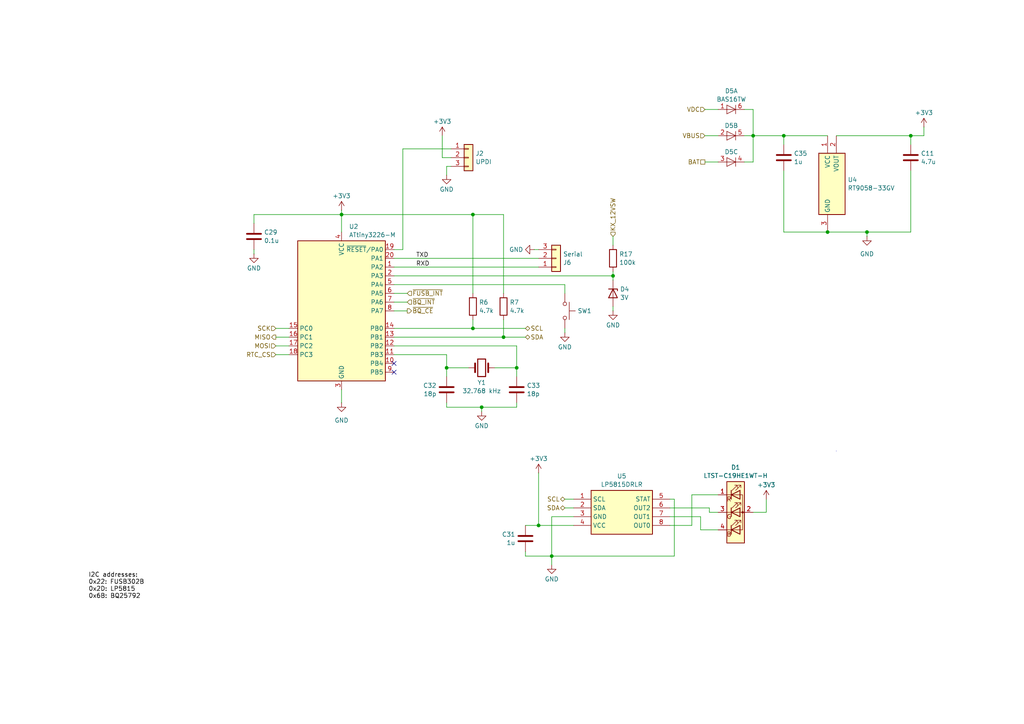
<source format=kicad_sch>
(kicad_sch (version 20250114) (generator "eeschema") (generator_version "9.0")
  (paper "A4")
  (title_block (title "Microcontroller and RTC") (comment 1 "CC BY-SA 4.0") (comment 2 "© 2025 HB9DQM"))
  (lib_symbols
    (symbol "Connector_Generic:Conn_01x03" (pin_names (offset 1.016) (hide yes))
      (property "Reference" "J" (at 0 5.08 0))
      (property "Value" "Conn_01x03" (at 0 -5.08 0))
      (symbol "Conn_01x03_1_1"
        (rectangle (start -1.27 3.81) (end 1.27 -3.81) (stroke (width 0.254)) (fill (type background)))
        (rectangle (start -1.27 2.667) (end 0 2.413) (stroke (width 0.1524)))
        (rectangle (start -1.27 0.127) (end 0 -0.127) (stroke (width 0.1524)))
        (rectangle (start -1.27 -2.413) (end 0 -2.667) (stroke (width 0.1524)))
        (pin passive line (at -5.08 2.54 0) (length 3.81) (name "Pin_1") (number "1"))
        (pin passive line (at -5.08 0 0) (length 3.81) (name "Pin_2") (number "2"))
        (pin passive line (at -5.08 -2.54 0) (length 3.81) (name "Pin_3") (number "3"))
      )
    )
    (symbol "Device:C" (pin_numbers (hide yes)) (pin_names (offset 0.254))
      (property "Reference" "C" (at 0.635 2.54 0))
      (property "Value" "C" (at 0.635 -2.54 0))
      (symbol "C_0_1"
        (polyline (pts (xy -2.032 0.762) (xy 2.032 0.762)) (stroke (width 0.508)))
        (polyline (pts (xy -2.032 -0.762) (xy 2.032 -0.762)) (stroke (width 0.508)))
      )
      (symbol "C_1_1"
        (pin passive line (at 0 3.81 270) (length 2.794) (name "~") (number "1"))
        (pin passive line (at 0 -3.81 90) (length 2.794) (name "~") (number "2"))
      )
    )
    (symbol "Device:Crystal" (pin_numbers (hide yes)) (pin_names (offset 1.016) (hide yes))
      (property "Reference" "Y" (at 0 3.81 0))
      (property "Value" "Crystal" (at 0 -3.81 0))
      (symbol "Crystal_0_1"
        (polyline (pts (xy -2.54 0) (xy -1.905 0)))
        (polyline (pts (xy -1.905 -1.27) (xy -1.905 1.27)) (stroke (width 0.508)))
        (rectangle (start -1.143 2.54) (end 1.143 -2.54) (stroke (width 0.3048)))
        (polyline (pts (xy 1.905 -1.27) (xy 1.905 1.27)) (stroke (width 0.508)))
        (polyline (pts (xy 2.54 0) (xy 1.905 0)))
      )
      (symbol "Crystal_1_1"
        (pin passive line (at -3.81 0 0) (length 1.27) (name "1") (number "1"))
        (pin passive line (at 3.81 0 180) (length 1.27) (name "2") (number "2"))
      )
    )
    (symbol "Device:D_Zener" (pin_numbers (hide yes)) (pin_names (offset 1.016) (hide yes))
      (property "Reference" "D" (at 0 2.54 0))
      (property "Value" "D_Zener" (at 0 -2.54 0))
      (symbol "D_Zener_0_1"
        (polyline (pts (xy -1.27 -1.27) (xy -1.27 1.27) (xy -0.762 1.27)) (stroke (width 0.254)))
        (polyline (pts (xy 1.27 0) (xy -1.27 0)))
        (polyline (pts (xy 1.27 -1.27) (xy 1.27 1.27) (xy -1.27 0) (xy 1.27 -1.27)) (stroke (width 0.254)))
      )
      (symbol "D_Zener_1_1"
        (pin passive line (at -3.81 0 0) (length 2.54) (name "K") (number "1"))
        (pin passive line (at 3.81 0 180) (length 2.54) (name "A") (number "2"))
      )
    )
    (symbol "Device:R" (pin_numbers (hide yes)) (pin_names (offset 0))
      (property "Reference" "R" (at 2.032 0 90))
      (property "Value" "R" (at 0 0 90))
      (symbol "R_0_1"
        (rectangle (start -1.016 -2.54) (end 1.016 2.54) (stroke (width 0.254)))
      )
      (symbol "R_1_1"
        (pin passive line (at 0 3.81 270) (length 1.27) (name "~") (number "1"))
        (pin passive line (at 0 -3.81 90) (length 1.27) (name "~") (number "2"))
      )
    )
    (symbol "Diode:BAS16TW" (pin_names (offset 1.016) (hide yes))
      (property "Reference" "D" (at 0 2.54 0))
      (property "Value" "BAS16TW" (at 0 -2.54 0))
      (symbol "BAS16TW_0_1"
        (polyline (pts (xy -1.27 1.27) (xy -1.27 -1.27)) (stroke (width 0.1524)))
        (polyline (pts (xy 1.27 1.27) (xy 1.27 -1.27)))
        (polyline (pts (xy 1.27 1.27) (xy -1.27 0) (xy 1.27 -1.27)))
        (polyline (pts (xy 1.27 0) (xy -1.27 0)))
      )
      (symbol "BAS16TW_1_1"
        (pin passive line (at -3.81 0 0) (length 2.54) (name "K") (number "6"))
        (pin passive line (at 3.81 0 180) (length 2.54) (name "A") (number "1"))
      )
      (symbol "BAS16TW_2_1"
        (pin passive line (at -3.81 0 0) (length 2.54) (name "K") (number "5"))
        (pin passive line (at 3.81 0 180) (length 2.54) (name "A") (number "2"))
      )
      (symbol "BAS16TW_3_1"
        (pin passive line (at -3.81 0 0) (length 2.54) (name "K") (number "4"))
        (pin passive line (at 3.81 0 180) (length 2.54) (name "A") (number "3"))
      )
    )
    (symbol "LED:APFA3010" (pin_names (offset 0) (hide yes))
      (property "Reference" "D" (at 0 10.16 0))
      (property "Value" "APFA3010" (at 0 -10.16 0))
      (symbol "APFA3010_0_0"
        (text "R" (at -1.905 3.81 0) (effects (font (size 1.27 1.27))))
        (text "G" (at -1.905 -1.27 0) (effects (font (size 1.27 1.27))))
        (text "B" (at -1.905 -6.35 0) (effects (font (size 1.27 1.27))))
      )
      (symbol "APFA3010_0_1"
        (polyline (pts (xy -2.54 -5.08) (xy 1.27 -5.08)))
        (rectangle (start -2.54 -8.89) (end 2.54 8.89) (stroke (width 0.254)) (fill (type background)))
        (polyline (pts (xy -1.27 6.35) (xy -1.27 3.81)) (stroke (width 0.254)))
        (polyline (pts (xy -1.27 1.27) (xy -1.27 -1.27)) (stroke (width 0.254)))
        (polyline (pts (xy -1.27 -3.81) (xy -1.27 -6.35)) (stroke (width 0.254)))
        (polyline (pts (xy -1.016 6.35) (xy 0.508 7.874) (xy -0.254 7.874) (xy 0.508 7.874) (xy 0.508 7.112)))
        (polyline (pts (xy -1.016 1.27) (xy 0.508 2.794) (xy -0.254 2.794) (xy 0.508 2.794) (xy 0.508 2.032)))
        (polyline (pts (xy -1.016 -3.81) (xy 0.508 -2.286) (xy -0.254 -2.286) (xy 0.508 -2.286) (xy 0.508 -3.048)))
        (polyline (pts (xy 0 6.35) (xy 1.524 7.874) (xy 0.762 7.874) (xy 1.524 7.874) (xy 1.524 7.112)))
        (polyline (pts (xy 0 1.27) (xy 1.524 2.794) (xy 0.762 2.794) (xy 1.524 2.794) (xy 1.524 2.032)))
        (polyline (pts (xy 0 -3.81) (xy 1.524 -2.286) (xy 0.762 -2.286) (xy 1.524 -2.286) (xy 1.524 -3.048)))
        (polyline (pts (xy 1.27 6.35) (xy 1.27 3.81) (xy -1.27 5.08) (xy 1.27 6.35)) (stroke (width 0.254)))
        (rectangle (start 1.27 6.35) (end 1.27 6.35))
        (polyline (pts (xy 1.27 5.08) (xy -2.54 5.08)))
        (polyline (pts (xy 1.27 1.27) (xy 1.27 -1.27) (xy -1.27 0) (xy 1.27 1.27)) (stroke (width 0.254)))
        (polyline (pts (xy 1.27 -3.81) (xy 1.27 -6.35) (xy -1.27 -5.08) (xy 1.27 -3.81)) (stroke (width 0.254)))
        (polyline (pts (xy 1.27 -5.08) (xy 2.032 -5.08) (xy 2.032 5.08) (xy 1.27 5.08)))
        (circle (center 2.032 0) (radius 0.254) (fill (type outline)))
        (polyline (pts (xy 2.54 0) (xy -2.54 0)))
      )
      (symbol "APFA3010_1_1"
        (pin input line (at -5.08 5.08 0) (length 2.54) (name "R") (number "1"))
        (pin input line (at -5.08 0 0) (length 2.54) (name "G") (number "3"))
        (pin input line (at -5.08 -5.08 0) (length 2.54) (name "B") (number "4"))
        (pin power_in line (at 5.08 0 180) (length 2.54) (name "A") (number "2"))
      )
    )
    (symbol "LP5815DRLR:LP5815DRLR"
      (property "Reference" "IC" (at 24.13 7.62 0))
      (property "Value" "LP5815DRLR" (at 24.13 5.08 0))
      (symbol "LP5815DRLR_1_1"
        (rectangle (start 5.08 2.54) (end 22.86 -10.16) (stroke (width 0.254)) (fill (type background)))
        (pin passive line (at 0 0 0) (length 5.08) (name "SCL") (number "1"))
        (pin passive line (at 0 -2.54 0) (length 5.08) (name "SDA") (number "2"))
        (pin passive line (at 0 -5.08 0) (length 5.08) (name "GND") (number "3"))
        (pin passive line (at 0 -7.62 0) (length 5.08) (name "VCC") (number "4"))
        (pin passive line (at 27.94 0 180) (length 5.08) (name "STAT") (number "5"))
        (pin passive line (at 27.94 -2.54 180) (length 5.08) (name "OUT2") (number "6"))
        (pin passive line (at 27.94 -5.08 180) (length 5.08) (name "OUT1") (number "7"))
        (pin passive line (at 27.94 -7.62 180) (length 5.08) (name "OUT0") (number "8"))
      )
    )
    (symbol "MCU_Microchip_ATtiny:ATtiny3226-M"
      (property "Reference" "U" (at -12.7 21.59 0))
      (property "Value" "ATtiny3226-M" (at 2.54 -21.59 0))
      (symbol "ATtiny3226-M_0_1"
        (rectangle (start -12.7 -20.32) (end 12.7 20.32) (stroke (width 0.254)) (fill (type background)))
      )
      (symbol "ATtiny3226-M_1_1"
        (pin bidirectional line (at -15.24 -5.08 0) (length 2.54) (name "PC0") (number "15"))
        (pin bidirectional line (at -15.24 -7.62 0) (length 2.54) (name "PC1") (number "16"))
        (pin bidirectional line (at -15.24 -10.16 0) (length 2.54) (name "PC2") (number "17"))
        (pin bidirectional line (at -15.24 -12.7 0) (length 2.54) (name "PC3") (number "18"))
        (pin power_in line (at 0 22.86 270) (length 2.54) (name "VCC") (number "4"))
        (pin passive line (at 0 -22.86 90) (length 2.54) (hide yes) (name "GND") (number "21"))
        (pin power_in line (at 0 -22.86 90) (length 2.54) (name "GND") (number "3"))
        (pin bidirectional line (at 15.24 17.78 180) (length 2.54) (name "~{RESET}/PA0") (number "19"))
        (pin bidirectional line (at 15.24 15.24 180) (length 2.54) (name "PA1") (number "20"))
        (pin bidirectional line (at 15.24 12.7 180) (length 2.54) (name "PA2") (number "1"))
        (pin bidirectional line (at 15.24 10.16 180) (length 2.54) (name "PA3") (number "2"))
        (pin bidirectional line (at 15.24 7.62 180) (length 2.54) (name "PA4") (number "5"))
        (pin bidirectional line (at 15.24 5.08 180) (length 2.54) (name "PA5") (number "6"))
        (pin bidirectional line (at 15.24 2.54 180) (length 2.54) (name "PA6") (number "7"))
        (pin bidirectional line (at 15.24 0 180) (length 2.54) (name "PA7") (number "8"))
        (pin bidirectional line (at 15.24 -5.08 180) (length 2.54) (name "PB0") (number "14"))
        (pin bidirectional line (at 15.24 -7.62 180) (length 2.54) (name "PB1") (number "13"))
        (pin bidirectional line (at 15.24 -10.16 180) (length 2.54) (name "PB2") (number "12"))
        (pin bidirectional line (at 15.24 -12.7 180) (length 2.54) (name "PB3") (number "11"))
        (pin bidirectional line (at 15.24 -15.24 180) (length 2.54) (name "PB4") (number "10"))
        (pin bidirectional line (at 15.24 -17.78 180) (length 2.54) (name "PB5") (number "9"))
      )
    )
    (symbol "RT9058-33GV:RT9058-33GV"
      (property "Reference" "IC" (at 24.13 7.62 0))
      (property "Value" "RT9058-33GV" (at 24.13 5.08 0))
      (symbol "RT9058-33GV_1_1"
        (rectangle (start 5.08 2.54) (end 22.86 -5.08) (stroke (width 0.254)) (fill (type background)))
        (pin passive line (at 0 0 0) (length 5.08) (name "VCC") (number "1"))
        (pin passive line (at 0 -2.54 0) (length 5.08) (name "VOUT") (number "2"))
        (pin passive line (at 27.94 0 180) (length 5.08) (name "GND") (number "3"))
      )
    )
    (symbol "Switch:SW_Push" (pin_numbers (hide yes)) (pin_names (offset 1.016) (hide yes))
      (property "Reference" "SW" (at 1.27 2.54 0))
      (property "Value" "SW_Push" (at 0 -1.524 0))
      (symbol "SW_Push_0_1"
        (circle (center -2.032 0) (radius 0.508))
        (polyline (pts (xy 0 1.27) (xy 0 3.048)))
        (circle (center 2.032 0) (radius 0.508))
        (polyline (pts (xy 2.54 1.27) (xy -2.54 1.27)))
        (pin passive line (at -5.08 0 0) (length 2.54) (name "1") (number "1"))
        (pin passive line (at 5.08 0 180) (length 2.54) (name "2") (number "2"))
      )
    )
    (symbol "power:+3V3" (power) (pin_numbers (hide yes)) (pin_names (offset 0) (hide yes))
      (property "Value" "+3V3" (at 0 3.556 0))
      (symbol "+3V3_0_1"
        (polyline (pts (xy -0.762 1.27) (xy 0 2.54)))
        (polyline (pts (xy 0 2.54) (xy 0.762 1.27)))
        (polyline (pts (xy 0 0) (xy 0 2.54)))
      )
      (symbol "+3V3_1_1"
        (pin power_in line (at 0 0 90) (length 0) (name "~") (number "1"))
      )
    )
    (symbol "power:GND" (power) (pin_numbers (hide yes)) (pin_names (offset 0) (hide yes))
      (property "Value" "GND" (at 0 -3.81 0))
      (symbol "GND_0_1"
        (polyline (pts (xy 0 0) (xy 0 -1.27) (xy 1.27 -1.27) (xy 0 -2.54) (xy -1.27 -1.27) (xy 0 -1.27)))
      )
      (symbol "GND_1_1"
        (pin power_in line (at 0 0 270) (length 0) (name "~") (number "1"))
      )
    )
  )
  (rectangle (start 242.57 130.81) (end 242.57 130.81))
  (text "I2C addresses:\n0x22: FUSB302B\n0x2D: LP5815\n0x6B: BQ25792" (at 25.654 169.926 0) (effects (font (size 1.27 1.27)) (justify left)))
  (junction (at 160.02 161.29))
  (junction (at 264.16 39.37))
  (junction (at 149.86 106.68))
  (junction (at 99.06 62.23))
  (junction (at 146.05 97.79))
  (junction (at 137.16 95.25))
  (junction (at 240.03 67.31))
  (junction (at 139.7 118.11))
  (junction (at 129.54 106.68))
  (junction (at 156.21 152.4))
  (junction (at 137.16 62.23))
  (junction (at 227.33 39.37))
  (junction (at 218.44 39.37))
  (junction (at 177.8 80.01))
  (junction (at 251.46 67.31))
  (no_connect (at 114.3 105.41))
  (no_connect (at 114.3 107.95))
  (wire (pts (xy 130.81 48.26) (xy 129.54 48.26)))
  (wire (pts (xy 73.66 62.23) (xy 99.06 62.23)))
  (wire (pts (xy 208.28 148.59) (xy 205.74 148.59)))
  (wire (pts (xy 205.74 147.32) (xy 194.31 147.32)))
  (wire (pts (xy 203.2 153.67) (xy 208.28 153.67)))
  (wire (pts (xy 163.83 82.55) (xy 163.83 85.09)))
  (wire (pts (xy 154.94 72.39) (xy 156.21 72.39)))
  (wire (pts (xy 227.33 67.31) (xy 240.03 67.31)))
  (wire (pts (xy 215.9 39.37) (xy 218.44 39.37)))
  (wire (pts (xy 163.83 144.78) (xy 166.37 144.78)))
  (wire (pts (xy 80.01 97.79) (xy 83.82 97.79)))
  (wire (pts (xy 194.31 149.86) (xy 203.2 149.86)))
  (wire (pts (xy 114.3 77.47) (xy 156.21 77.47)))
  (wire (pts (xy 218.44 148.59) (xy 222.25 148.59)))
  (wire (pts (xy 128.27 39.37) (xy 128.27 45.72)))
  (wire (pts (xy 143.51 106.68) (xy 149.86 106.68)))
  (wire (pts (xy 114.3 80.01) (xy 177.8 80.01)))
  (wire (pts (xy 222.25 148.59) (xy 222.25 144.78)))
  (wire (pts (xy 116.84 43.18) (xy 116.84 72.39)))
  (wire (pts (xy 242.57 39.37) (xy 264.16 39.37)))
  (wire (pts (xy 146.05 85.09) (xy 146.05 62.23)))
  (wire (pts (xy 251.46 67.31) (xy 251.46 68.58)))
  (wire (pts (xy 114.3 97.79) (xy 146.05 97.79)))
  (wire (pts (xy 166.37 149.86) (xy 160.02 149.86)))
  (wire (pts (xy 114.3 85.09) (xy 118.11 85.09)))
  (wire (pts (xy 114.3 74.93) (xy 156.21 74.93)))
  (wire (pts (xy 204.47 39.37) (xy 208.28 39.37)))
  (wire (pts (xy 160.02 161.29) (xy 160.02 163.83)))
  (wire (pts (xy 139.7 118.11) (xy 149.86 118.11)))
  (wire (pts (xy 99.06 62.23) (xy 99.06 67.31)))
  (wire (pts (xy 114.3 90.17) (xy 118.11 90.17)))
  (wire (pts (xy 149.86 100.33) (xy 149.86 106.68)))
  (wire (pts (xy 129.54 116.84) (xy 129.54 118.11)))
  (wire (pts (xy 99.06 62.23) (xy 137.16 62.23)))
  (wire (pts (xy 128.27 45.72) (xy 130.81 45.72)))
  (wire (pts (xy 163.83 95.25) (xy 163.83 96.52)))
  (wire (pts (xy 218.44 46.99) (xy 218.44 39.37)))
  (wire (pts (xy 146.05 92.71) (xy 146.05 97.79)))
  (wire (pts (xy 163.83 147.32) (xy 166.37 147.32)))
  (wire (pts (xy 146.05 97.79) (xy 152.4 97.79)))
  (wire (pts (xy 200.66 143.51) (xy 208.28 143.51)))
  (wire (pts (xy 152.4 160.02) (xy 152.4 161.29)))
  (wire (pts (xy 195.58 144.78) (xy 195.58 161.29)))
  (wire (pts (xy 264.16 49.53) (xy 264.16 67.31)))
  (wire (pts (xy 218.44 31.75) (xy 218.44 39.37)))
  (wire (pts (xy 114.3 102.87) (xy 129.54 102.87)))
  (wire (pts (xy 205.74 148.59) (xy 205.74 147.32)))
  (wire (pts (xy 139.7 118.11) (xy 139.7 119.38)))
  (wire (pts (xy 204.47 46.99) (xy 208.28 46.99)))
  (wire (pts (xy 204.47 31.75) (xy 208.28 31.75)))
  (wire (pts (xy 203.2 149.86) (xy 203.2 153.67)))
  (wire (pts (xy 215.9 46.99) (xy 218.44 46.99)))
  (wire (pts (xy 177.8 78.74) (xy 177.8 80.01)))
  (wire (pts (xy 156.21 152.4) (xy 166.37 152.4)))
  (wire (pts (xy 114.3 87.63) (xy 118.11 87.63)))
  (wire (pts (xy 129.54 102.87) (xy 129.54 106.68)))
  (wire (pts (xy 227.33 39.37) (xy 227.33 41.91)))
  (wire (pts (xy 177.8 80.01) (xy 177.8 81.28)))
  (wire (pts (xy 218.44 39.37) (xy 227.33 39.37)))
  (wire (pts (xy 137.16 92.71) (xy 137.16 95.25)))
  (wire (pts (xy 129.54 106.68) (xy 135.89 106.68)))
  (wire (pts (xy 264.16 39.37) (xy 264.16 41.91)))
  (wire (pts (xy 129.54 106.68) (xy 129.54 109.22)))
  (wire (pts (xy 80.01 95.25) (xy 83.82 95.25)))
  (wire (pts (xy 116.84 43.18) (xy 130.81 43.18)))
  (wire (pts (xy 137.16 85.09) (xy 137.16 62.23)))
  (wire (pts (xy 152.4 152.4) (xy 156.21 152.4)))
  (wire (pts (xy 240.03 67.31) (xy 251.46 67.31)))
  (wire (pts (xy 160.02 149.86) (xy 160.02 161.29)))
  (wire (pts (xy 177.8 68.58) (xy 177.8 71.12)))
  (wire (pts (xy 114.3 95.25) (xy 137.16 95.25)))
  (wire (pts (xy 194.31 144.78) (xy 195.58 144.78)))
  (wire (pts (xy 80.01 100.33) (xy 83.82 100.33)))
  (wire (pts (xy 200.66 152.4) (xy 200.66 143.51)))
  (wire (pts (xy 149.86 106.68) (xy 149.86 109.22)))
  (wire (pts (xy 146.05 62.23) (xy 137.16 62.23)))
  (wire (pts (xy 99.06 113.03) (xy 99.06 116.84)))
  (wire (pts (xy 267.97 39.37) (xy 267.97 36.83)))
  (wire (pts (xy 73.66 62.23) (xy 73.66 64.77)))
  (wire (pts (xy 251.46 67.31) (xy 264.16 67.31)))
  (wire (pts (xy 227.33 39.37) (xy 240.03 39.37)))
  (wire (pts (xy 114.3 82.55) (xy 163.83 82.55)))
  (wire (pts (xy 177.8 88.9) (xy 177.8 90.17)))
  (wire (pts (xy 80.01 102.87) (xy 83.82 102.87)))
  (wire (pts (xy 137.16 95.25) (xy 152.4 95.25)))
  (wire (pts (xy 156.21 137.16) (xy 156.21 152.4)))
  (wire (pts (xy 99.06 60.96) (xy 99.06 62.23)))
  (wire (pts (xy 194.31 152.4) (xy 200.66 152.4)))
  (wire (pts (xy 152.4 161.29) (xy 160.02 161.29)))
  (wire (pts (xy 195.58 161.29) (xy 160.02 161.29)))
  (wire (pts (xy 73.66 72.39) (xy 73.66 73.66)))
  (wire (pts (xy 129.54 118.11) (xy 139.7 118.11)))
  (wire (pts (xy 116.84 72.39) (xy 114.3 72.39)))
  (wire (pts (xy 149.86 116.84) (xy 149.86 118.11)))
  (wire (pts (xy 129.54 48.26) (xy 129.54 50.8)))
  (wire (pts (xy 114.3 100.33) (xy 149.86 100.33)))
  (wire (pts (xy 227.33 49.53) (xy 227.33 67.31)))
  (wire (pts (xy 264.16 39.37) (xy 267.97 39.37)))
  (wire (pts (xy 215.9 31.75) (xy 218.44 31.75)))
  (label "RXD" (at 120.65 77.47 0))
  (label "TXD" (at 120.65 74.93 0))
  (hierarchical_label "SCL" (shape bidirectional) (at 152.4 95.25 0))
  (hierarchical_label "BAT" (shape passive) (at 204.47 46.99 180))
  (hierarchical_label "MISO" (shape output) (at 80.01 97.79 180))
  (hierarchical_label "~{BQ_INT}" (shape input) (at 118.11 87.63 0))
  (hierarchical_label "~{FUSB_INT}" (shape input) (at 118.11 85.09 0))
  (hierarchical_label "SDA" (shape bidirectional) (at 163.83 147.32 180))
  (hierarchical_label "RTC_CS" (shape input) (at 80.01 102.87 180))
  (hierarchical_label "VDC" (shape input) (at 204.47 31.75 180))
  (hierarchical_label "KX_12VSW" (shape input) (at 177.8 68.58 90))
  (hierarchical_label "SCK" (shape input) (at 80.01 95.25 180))
  (hierarchical_label "SDA" (shape bidirectional) (at 152.4 97.79 0))
  (hierarchical_label "MOSI" (shape input) (at 80.01 100.33 180))
  (hierarchical_label "VBUS" (shape input) (at 204.47 39.37 180))
  (hierarchical_label "~{BQ_CE}" (shape output) (at 118.11 90.17 0))
  (hierarchical_label "SCL" (shape bidirectional) (at 163.83 144.78 180))
  (symbol (lib_id "Device:R") (at 137.16 88.9 0) (unit 1)
    (property "Reference" "R6" (at 138.938 87.6878 0) (effects (justify left)))
    (property "Value" "4.7k" (at 138.938 90.1121 0) (effects (justify left)))
    (property "Footprint" "Resistor_SMD:R_0402_1005Metric" (effects (hide yes)))
    (property "Description" "Resistor" (effects (hide yes)))
    (property "LCSC" "C25900" (effects (hide yes)))
  )
  (symbol (lib_id "power:+3V3") (at 222.25 144.78 0) (unit 1)
    (property "Reference" "#PWR031" (effects (hide yes)))
    (property "Value" "+3V3" (at 222.25 140.6469 0))
    (property "Description" "Power symbol creates a global label with name \"+3V3\"" (effects (hide yes)))
  )
  (symbol (lib_id "power:GND") (at 154.94 72.39 270) (unit 1)
    (property "Reference" "#PWR013" (effects (hide yes)))
    (property "Value" "GND" (at 151.7651 72.39 90) (effects (justify right)))
    (property "Description" "Power symbol creates a global label with name \"GND\" , ground" (effects (hide yes)))
  )
  (symbol (lib_id "Device:C") (at 152.4 156.21 0) (mirror y) (unit 1)
    (property "Reference" "C31" (at 149.479 154.9978 0) (effects (justify left)))
    (property "Value" "1u" (at 149.479 157.4221 0) (effects (justify left)))
    (property "Footprint" "Capacitor_SMD:C_0402_1005Metric" (effects (hide yes)))
    (property "Description" "Unpolarized capacitor" (effects (hide yes)))
    (property "LCSC" "C52923" (effects (hide yes)))
  )
  (symbol (lib_id "Device:Crystal") (at 139.7 106.68 0) (unit 1)
    (property "Reference" "Y1" (at 139.7 110.9655 0))
    (property "Value" "32.768 kHz" (at 139.7 113.3898 0))
    (property "Footprint" "Crystal:Crystal_SMD_2012-2Pin_2.0x1.2mm" (effects (hide yes)))
    (property "Description" "Two pin crystal" (effects (hide yes)))
    (property "LCSC" "C276423" (effects (hide yes)))
  )
  (symbol (lib_id "Switch:SW_Push") (at 163.83 90.17 270) (unit 1)
    (property "Reference" "SW1" (at 167.513 90.17 90) (effects (justify left)))
    (property "Value" "SW_Push" (effects (hide yes)))
    (property "Footprint" "Button_Switch_SMD:SW_SPST_TS-1088-xR020" (effects (hide yes)))
    (property "Description" "Push button switch, generic, two pins" (effects (hide yes)))
    (property "LCSC" "C720477" (effects (hide yes)))
  )
  (symbol (lib_id "RT9058-33GV:RT9058-33GV") (at 240.03 39.37 90) (mirror x) (unit 1)
    (property "Reference" "U4" (at 245.872 52.1278 90) (effects (justify right)))
    (property "Value" "RT9058-33GV" (at 245.872 54.5521 90) (effects (justify right)))
    (property "Footprint" "Package_TO_SOT_SMD:SOT-23-3" (effects (hide yes)))
    (property "Datasheet" "https://datasheet.datasheetarchive.com/originals/distributors/Datasheets-DGA25/1781626.pdf" (effects (hide yes)))
    (property "Description" "RICHTEK - RT9058-33GV - LDO, FIXED, 3.3V, 0.1A, SOT-23-3" (effects (hide yes)))
    (property "Height" "1.295" (effects (hide yes)))
    (property "Manufacturer_Name" "RICHTEK" (effects (hide yes)))
    (property "Manufacturer_Part_Number" "RT9058-33GV" (effects (hide yes)))
    (property "Mouser Part Number" "835-RT9058-33GV" (effects (hide yes)))
    (property "Mouser Price/Stock" "https://www.mouser.co.uk/ProductDetail/Richtek/RT9058-33GV?qs=amGC7iS6iy%2FSfqdFdY%252BuFw%3D%3D" (effects (hide yes)))
    (property "LCSC" "C147968" (effects (hide yes)))
  )
  (symbol (lib_id "Device:D_Zener") (at 177.8 85.09 270) (unit 1)
    (property "Reference" "D4" (at 179.832 83.8778 90) (effects (justify left)))
    (property "Value" "3V" (at 179.832 86.3021 90) (effects (justify left)))
    (property "Footprint" "Diode_SMD:D_SOD-523" (effects (hide yes)))
    (property "Description" "Zener diode" (effects (hide yes)))
    (property "LCSC" "C5248671" (effects (hide yes)))
  )
  (symbol (lib_id "Device:C") (at 129.54 113.03 180) (unit 1)
    (property "Reference" "C32" (at 126.619 111.8178 0) (effects (justify left)))
    (property "Value" "18p" (at 126.619 114.2421 0) (effects (justify left)))
    (property "Footprint" "Capacitor_SMD:C_0402_1005Metric" (effects (hide yes)))
    (property "Description" "Unpolarized capacitor" (effects (hide yes)))
    (property "LCSC" "C1549" (effects (hide yes)))
  )
  (symbol (lib_id "Device:R") (at 146.05 88.9 0) (unit 1)
    (property "Reference" "R7" (at 147.828 87.6878 0) (effects (justify left)))
    (property "Value" "4.7k" (at 147.828 90.1121 0) (effects (justify left)))
    (property "Footprint" "Resistor_SMD:R_0402_1005Metric" (effects (hide yes)))
    (property "Description" "Resistor" (effects (hide yes)))
    (property "LCSC" "C25900" (effects (hide yes)))
  )
  (symbol (lib_id "power:GND") (at 129.54 50.8 0) (unit 1)
    (property "Reference" "#PWR016" (effects (hide yes)))
    (property "Value" "GND" (at 129.54 54.9331 0))
    (property "Description" "Power symbol creates a global label with name \"GND\" , ground" (effects (hide yes)))
  )
  (symbol (lib_id "power:+3V3") (at 267.97 36.83 0) (unit 1)
    (property "Reference" "#PWR04" (effects (hide yes)))
    (property "Value" "+3V3" (at 267.97 32.6969 0))
    (property "Description" "Power symbol creates a global label with name \"+3V3\"" (effects (hide yes)))
  )
  (symbol (lib_id "power:GND") (at 160.02 163.83 0) (unit 1)
    (property "Reference" "#PWR017" (effects (hide yes)))
    (property "Value" "GND" (at 160.02 167.9631 0))
    (property "Description" "Power symbol creates a global label with name \"GND\" , ground" (effects (hide yes)))
  )
  (symbol (lib_id "power:+3V3") (at 156.21 137.16 0) (unit 1)
    (property "Reference" "#PWR030" (effects (hide yes)))
    (property "Value" "+3V3" (at 156.21 133.0269 0))
    (property "Description" "Power symbol creates a global label with name \"+3V3\"" (effects (hide yes)))
  )
  (symbol (lib_id "Diode:BAS16TW") (at 212.09 39.37 180) (unit 2)
    (property "Reference" "D5" (at 212.1281 36.4307 0))
    (property "Value" "BAS16TW" (effects (hide yes)))
    (property "Footprint" "Package_TO_SOT_SMD:SOT-363_SC-70-6" (effects (hide yes)))
    (property "Datasheet" "http://www.diodes.com/datasheets/ds30154.pdf" (effects (hide yes)))
    (property "Description" "Fast switching diode array 3 independent" (effects (hide yes)))
    (property "LCSC" "C155382" (effects (hide yes)))
  )
  (symbol (lib_id "Diode:BAS16TW") (at 212.09 31.75 180) (unit 1)
    (property "Reference" "D5" (at 212.1281 26.3863 0))
    (property "Value" "BAS16TW" (at 212.1281 28.8106 0))
    (property "Footprint" "Package_TO_SOT_SMD:SOT-363_SC-70-6" (effects (hide yes)))
    (property "Datasheet" "http://www.diodes.com/datasheets/ds30154.pdf" (effects (hide yes)))
    (property "Description" "Fast switching diode array 3 independent" (effects (hide yes)))
    (property "LCSC" "C155382" (effects (hide yes)))
  )
  (symbol (lib_id "Device:C") (at 264.16 45.72 0) (unit 1)
    (property "Reference" "C11" (at 267.081 44.5078 0) (effects (justify left)))
    (property "Value" "4.7u" (at 267.081 46.9321 0) (effects (justify left)))
    (property "Footprint" "Capacitor_SMD:C_0402_1005Metric" (effects (hide yes)))
    (property "Description" "Unpolarized capacitor" (effects (hide yes)))
    (property "LCSC" "C23733" (effects (hide yes)))
  )
  (symbol (lib_id "power:GND") (at 251.46 68.58 0) (unit 1)
    (property "Reference" "#PWR012" (effects (hide yes)))
    (property "Value" "GND" (at 251.46 73.66 0))
    (property "Description" "Power symbol creates a global label with name \"GND\" , ground" (effects (hide yes)))
  )
  (symbol (lib_id "power:GND") (at 177.8 90.17 0) (unit 1)
    (property "Reference" "#PWR028" (effects (hide yes)))
    (property "Value" "GND" (at 177.8 94.3031 0))
    (property "Description" "Power symbol creates a global label with name \"GND\" , ground" (effects (hide yes)))
  )
  (symbol (lib_id "Device:C") (at 227.33 45.72 0) (unit 1)
    (property "Reference" "C35" (at 230.251 44.5078 0) (effects (justify left)))
    (property "Value" "1u" (at 230.251 46.9321 0) (effects (justify left)))
    (property "Footprint" "Capacitor_SMD:C_0402_1005Metric" (effects (hide yes)))
    (property "Description" "Unpolarized capacitor" (effects (hide yes)))
    (property "LCSC" "C52923" (effects (hide yes)))
  )
  (symbol (lib_id "power:+3V3") (at 128.27 39.37 0) (unit 1)
    (property "Reference" "#PWR011" (effects (hide yes)))
    (property "Value" "+3V3" (at 128.27 35.2369 0))
    (property "Description" "Power symbol creates a global label with name \"+3V3\"" (effects (hide yes)))
  )
  (symbol (lib_id "power:GND") (at 139.7 119.38 0) (unit 1)
    (property "Reference" "#PWR032" (effects (hide yes)))
    (property "Value" "GND" (at 139.7 123.5131 0))
    (property "Description" "Power symbol creates a global label with name \"GND\" , ground" (effects (hide yes)))
  )
  (symbol (lib_id "Device:C") (at 73.66 68.58 0) (unit 1)
    (property "Reference" "C29" (at 76.581 67.3678 0) (effects (justify left)))
    (property "Value" "0.1u" (at 76.581 69.7921 0) (effects (justify left)))
    (property "Footprint" "Capacitor_SMD:C_0402_1005Metric" (effects (hide yes)))
    (property "Description" "Unpolarized capacitor" (effects (hide yes)))
    (property "LCSC" "C307331" (effects (hide yes)))
  )
  (symbol (lib_id "Device:R") (at 177.8 74.93 0) (unit 1)
    (property "Reference" "R17" (at 179.578 73.7178 0) (effects (justify left)))
    (property "Value" "100k" (at 179.578 76.1421 0) (effects (justify left)))
    (property "Footprint" "Resistor_SMD:R_0402_1005Metric" (effects (hide yes)))
    (property "Description" "Resistor" (effects (hide yes)))
    (property "LCSC" "C25741" (effects (hide yes)))
  )
  (symbol (lib_id "Connector_Generic:Conn_01x03") (at 135.89 45.72 0) (unit 1) (in_bom no)
    (property "Reference" "J2" (at 137.922 44.5078 0) (effects (justify left)))
    (property "Value" "UPDI" (at 137.922 46.9321 0) (effects (justify left)))
    (property "Footprint" "Connector_PinHeader_2.54mm:PinHeader_1x03_P2.54mm_Vertical" (effects (hide yes)))
    (property "Description" "Generic connector, single row, 01x03, script generated (kicad-library-utils/schlib/autogen/connector/)" (effects (hide yes)))
  )
  (symbol (lib_id "Device:C") (at 149.86 113.03 180) (unit 1)
    (property "Reference" "C33" (at 152.781 111.8178 0) (effects (justify right)))
    (property "Value" "18p" (at 152.781 114.2421 0) (effects (justify right)))
    (property "Footprint" "Capacitor_SMD:C_0402_1005Metric" (effects (hide yes)))
    (property "Description" "Unpolarized capacitor" (effects (hide yes)))
    (property "LCSC" "C1549" (effects (hide yes)))
  )
  (symbol (lib_id "power:+3V3") (at 99.06 60.96 0) (unit 1)
    (property "Reference" "#PWR09" (effects (hide yes)))
    (property "Value" "+3V3" (at 99.06 56.8269 0))
    (property "Description" "Power symbol creates a global label with name \"+3V3\"" (effects (hide yes)))
  )
  (symbol (lib_id "power:GND") (at 163.83 96.52 0) (unit 1)
    (property "Reference" "#PWR015" (effects (hide yes)))
    (property "Value" "GND" (at 163.83 100.6531 0))
    (property "Description" "Power symbol creates a global label with name \"GND\" , ground" (effects (hide yes)))
  )
  (symbol (lib_id "power:GND") (at 73.66 73.66 0) (unit 1)
    (property "Reference" "#PWR025" (effects (hide yes)))
    (property "Value" "GND" (at 73.66 77.7931 0))
    (property "Description" "Power symbol creates a global label with name \"GND\" , ground" (effects (hide yes)))
  )
  (symbol (lib_id "MCU_Microchip_ATtiny:ATtiny3226-M") (at 99.06 90.17 0) (unit 1)
    (property "Reference" "U2" (at 101.2033 65.7055 0) (effects (justify left)))
    (property "Value" "ATtiny3226-M" (at 101.2033 68.1298 0) (effects (justify left)))
    (property "Footprint" "Package_DFN_QFN:VQFN-20-1EP_3x3mm_P0.4mm_EP1.7x1.7mm" (effects (hide yes)))
    (property "Datasheet" "https://ww1.microchip.com/downloads/en/DeviceDoc/ATtiny3224-3226-3227-Data-Sheet-DS40002345A.pdf" (effects (hide yes)))
    (property "Description" "20MHz, 32kB Flash, 3kB SRAM, 256B EEPROM, VQFN-20" (effects (hide yes)))
    (property "LCSC" "C3216895" (effects (hide yes)))
  )
  (symbol (lib_id "Connector_Generic:Conn_01x03") (at 161.29 74.93 0) (mirror x) (unit 1) (in_bom no)
    (property "Reference" "J6" (at 163.322 76.1422 0) (effects (justify left)))
    (property "Value" "Serial" (at 163.322 73.7179 0) (effects (justify left)))
    (property "Footprint" "Connector_PinHeader_2.54mm:PinHeader_1x03_P2.54mm_Vertical" (effects (hide yes)))
    (property "Description" "Generic connector, single row, 01x03, script generated (kicad-library-utils/schlib/autogen/connector/)" (effects (hide yes)))
  )
  (symbol (lib_id "LP5815DRLR:LP5815DRLR") (at 166.37 144.78 0) (unit 1)
    (property "Reference" "U5" (at 180.34 138.0955 0))
    (property "Value" "LP5815DRLR" (at 180.34 140.5198 0))
    (property "Footprint" "LP5815DRLR:SOTFL50P160X60-8N" (effects (hide yes)))
    (property "Datasheet" "https://www.ti.com/lit/gpn/LP5815" (effects (hide yes)))
    (property "Description" "LED Lighting Driver ICs 3-channel I2C interface RGB LED driver with instant blinking and auto animation control" (effects (hide yes)))
    (property "Height" "0.6" (effects (hide yes)))
    (property "Manufacturer_Name" "Texas Instruments" (effects (hide yes)))
    (property "Manufacturer_Part_Number" "LP5815DRLR" (effects (hide yes)))
    (property "LCSC" "C47262831" (effects (hide yes)))
  )
  (symbol (lib_id "LED:APFA3010") (at 213.36 148.59 0) (unit 1)
    (property "Reference" "D1" (at 213.36 135.5555 0))
    (property "Value" "LTST-C19HE1WT-H" (at 213.36 137.9798 0))
    (property "Footprint" "LED_SMD:LED_LiteOn_LTST-C19HE1WT" (effects (hide yes)))
    (property "Datasheet" "http://www.kingbrightusa.com/images/catalog/SPEC/APFA3010LSEEZGKQBKC.pdf" (effects (hide yes)))
    (property "Description" "LED RGB, Common Anode, SMD, 3.0x1.5mm, Horizontal" (effects (hide yes)))
    (property "LCSC" "C427425" (effects (hide yes)))
  )
  (symbol (lib_id "Diode:BAS16TW") (at 212.09 46.99 180) (unit 3)
    (property "Reference" "D5" (at 212.1281 44.0507 0))
    (property "Value" "BAS16TW" (effects (hide yes)))
    (property "Footprint" "Package_TO_SOT_SMD:SOT-363_SC-70-6" (effects (hide yes)))
    (property "Datasheet" "http://www.diodes.com/datasheets/ds30154.pdf" (effects (hide yes)))
    (property "Description" "Fast switching diode array 3 independent" (effects (hide yes)))
    (property "LCSC" "C155382" (effects (hide yes)))
  )
  (symbol (lib_id "power:GND") (at 99.06 116.84 0) (unit 1)
    (property "Reference" "#PWR010" (effects (hide yes)))
    (property "Value" "GND" (at 99.06 121.92 0))
    (property "Description" "Power symbol creates a global label with name \"GND\" , ground" (effects (hide yes)))
  )
)
</source>
